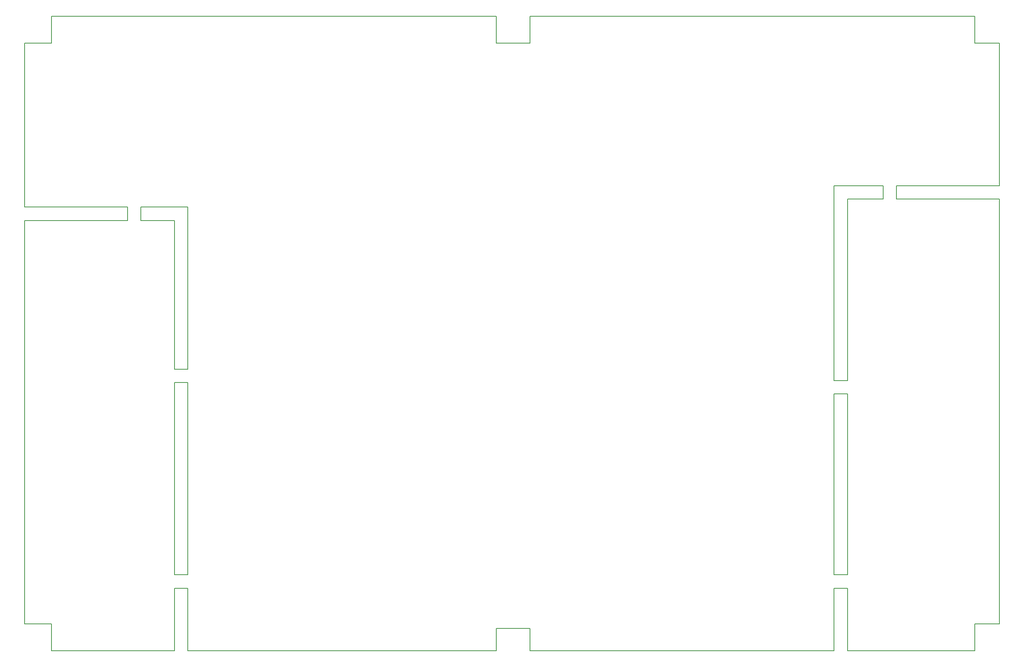
<source format=gm1>
G04 #@! TF.GenerationSoftware,KiCad,Pcbnew,(5.1.2)-2*
G04 #@! TF.CreationDate,2019-08-05T18:25:16-04:00*
G04 #@! TF.ProjectId,LooperPCB,4c6f6f70-6572-4504-9342-2e6b69636164,rev?*
G04 #@! TF.SameCoordinates,Original*
G04 #@! TF.FileFunction,Profile,NP*
%FSLAX46Y46*%
G04 Gerber Fmt 4.6, Leading zero omitted, Abs format (unit mm)*
G04 Created by KiCad (PCBNEW (5.1.2)-2) date 2019-08-05 18:25:16*
%MOMM*%
%LPD*%
G04 APERTURE LIST*
%ADD10C,0.150000*%
G04 APERTURE END LIST*
D10*
X219900000Y-148300000D02*
X219900000Y-136300000D01*
X222900000Y-107800000D02*
X222900000Y-148300000D01*
X219900000Y-81800000D02*
X219900000Y-104800000D01*
X222900000Y-104800000D02*
X222900000Y-84800000D01*
X230900000Y-64200000D02*
X222900000Y-64200000D01*
X219900000Y-61200000D02*
X230900000Y-61200000D01*
X72400000Y-136300000D02*
X72400000Y-148300000D01*
X75400000Y-148300000D02*
X75400000Y-136300000D01*
X72400000Y-69000000D02*
X72400000Y-102300000D01*
X75400000Y-102300000D02*
X75400000Y-66000000D01*
X72400000Y-69000000D02*
X64900000Y-69000000D01*
X64900000Y-66000000D02*
X75400000Y-66000000D01*
X75400000Y-151300000D02*
X75400000Y-165300000D01*
X72400000Y-151300000D02*
X75400000Y-151300000D01*
X72400000Y-165300000D02*
X72400000Y-151300000D01*
X219900000Y-151300000D02*
X219900000Y-165300000D01*
X222900000Y-151300000D02*
X222900000Y-165300000D01*
X219900000Y-151300000D02*
X222900000Y-151300000D01*
X256900000Y-159300000D02*
X256900000Y-157300000D01*
X251400000Y-159300000D02*
X256900000Y-159300000D01*
X251400000Y-165300000D02*
X251400000Y-159300000D01*
X248900000Y-165300000D02*
X251400000Y-165300000D01*
X151900000Y-165300000D02*
X151900000Y-160300000D01*
X144400000Y-160300000D02*
X151900000Y-160300000D01*
X144400000Y-165300000D02*
X144400000Y-160300000D01*
X141900000Y-165300000D02*
X144400000Y-165300000D01*
X44900000Y-159300000D02*
X44900000Y-165300000D01*
X38900000Y-159300000D02*
X44900000Y-159300000D01*
X38900000Y-157300000D02*
X38900000Y-159300000D01*
X44900000Y-165300000D02*
X46900000Y-165300000D01*
X256900000Y-157300000D02*
X256900000Y-64200000D01*
X219900000Y-61200000D02*
X219900000Y-76400000D01*
X222900000Y-79400000D02*
X222900000Y-64200000D01*
X256900000Y-57300000D02*
X256900000Y-61200000D01*
X38900000Y-69000000D02*
X38900000Y-157300000D01*
X38900000Y-66000000D02*
X38900000Y-57300000D01*
X219900000Y-81800000D02*
X219900000Y-76400000D01*
X222900000Y-84800000D02*
X222900000Y-79400000D01*
X233900000Y-64200000D02*
X233900000Y-61200000D01*
X233900000Y-64200000D02*
X256900000Y-64200000D01*
X233900000Y-61200000D02*
X256900000Y-61200000D01*
X230900000Y-64200000D02*
X230900000Y-61200000D01*
X222900000Y-148300000D02*
X219900000Y-148300000D01*
X151900000Y-165300000D02*
X219900000Y-165300000D01*
X222900000Y-165300000D02*
X248900000Y-165300000D01*
X46900000Y-165300000D02*
X72400000Y-165300000D01*
X75400000Y-165300000D02*
X141900000Y-165300000D01*
X75400000Y-148300000D02*
X72400000Y-148300000D01*
X61900000Y-69000000D02*
X61900000Y-66000000D01*
X61900000Y-69000000D02*
X38900000Y-69000000D01*
X38900000Y-66000000D02*
X61900000Y-66000000D01*
X64900000Y-69000000D02*
X64900000Y-66000000D01*
X219900000Y-136300000D02*
X219900000Y-107800000D01*
X219900000Y-107800000D02*
X222900000Y-107800000D01*
X219900000Y-104800000D02*
X222900000Y-104800000D01*
X72400000Y-136300000D02*
X72400000Y-105300000D01*
X75400000Y-105300000D02*
X75400000Y-136300000D01*
X72400000Y-105300000D02*
X75400000Y-105300000D01*
X72400000Y-102300000D02*
X75400000Y-102300000D01*
X38900000Y-57300000D02*
X38900000Y-29300000D01*
X256900000Y-57300000D02*
X256900000Y-29300000D01*
X251400000Y-29300000D02*
X256900000Y-29300000D01*
X251400000Y-23300000D02*
X251400000Y-29300000D01*
X144400000Y-23300000D02*
X144400000Y-29300000D01*
X144400000Y-29300000D02*
X151900000Y-29300000D01*
X151900000Y-23300000D02*
X151900000Y-29300000D01*
X44900000Y-29300000D02*
X44900000Y-23300000D01*
X38900000Y-29300000D02*
X44900000Y-29300000D01*
X151900000Y-23300000D02*
X251400000Y-23300000D01*
X44900000Y-23300000D02*
X144400000Y-23300000D01*
M02*

</source>
